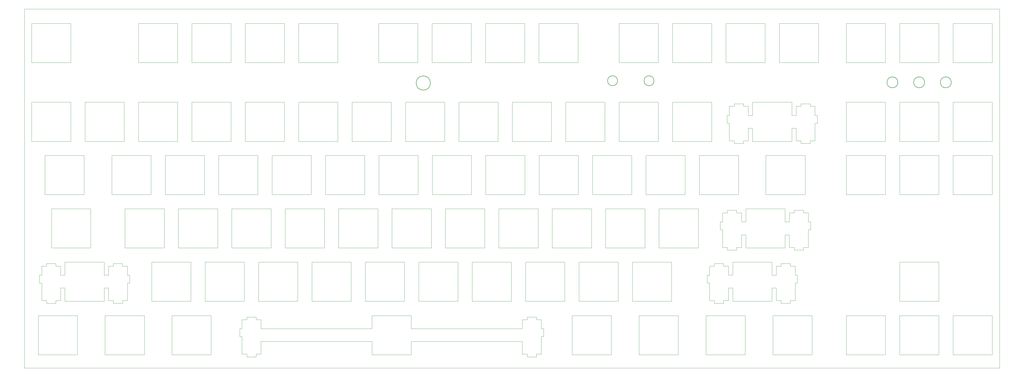
<source format=gbr>
%TF.GenerationSoftware,KiCad,Pcbnew,(6.0.6)*%
%TF.CreationDate,2022-06-23T13:26:18-04:00*%
%TF.ProjectId,RabidPlate,52616269-6450-46c6-9174-652e6b696361,rev?*%
%TF.SameCoordinates,Original*%
%TF.FileFunction,Profile,NP*%
%FSLAX46Y46*%
G04 Gerber Fmt 4.6, Leading zero omitted, Abs format (unit mm)*
G04 Created by KiCad (PCBNEW (6.0.6)) date 2022-06-23 13:26:18*
%MOMM*%
%LPD*%
G01*
G04 APERTURE LIST*
%TA.AperFunction,Profile*%
%ADD10C,0.050800*%
%TD*%
%TA.AperFunction,Profile*%
%ADD11C,0.100000*%
%TD*%
%TA.AperFunction,Profile*%
%ADD12C,0.200000*%
%TD*%
%TA.AperFunction,Profile*%
%ADD13C,0.177800*%
%TD*%
%TA.AperFunction,Profile*%
%ADD14C,0.052530*%
%TD*%
G04 APERTURE END LIST*
D10*
X295084500Y-78257400D02*
X309079900Y-78257400D01*
X309079900Y-78257400D02*
X309079900Y-92252800D01*
X309079900Y-92252800D02*
X295084500Y-92252800D01*
X295084500Y-92252800D02*
X295084500Y-78257400D01*
X157010100Y-78257400D02*
X171005500Y-78257400D01*
X171005500Y-78257400D02*
X171005500Y-92252800D01*
X171005500Y-92252800D02*
X157010100Y-92252800D01*
X157010100Y-92252800D02*
X157010100Y-78257400D01*
X342811100Y-78257400D02*
X356806500Y-78257400D01*
X356806500Y-78257400D02*
X356806500Y-92252800D01*
X356806500Y-92252800D02*
X342811100Y-92252800D01*
X342811100Y-92252800D02*
X342811100Y-78257400D01*
X104584500Y-97332800D02*
X118579900Y-97332800D01*
X118579900Y-97332800D02*
X118579900Y-111328200D01*
X118579900Y-111328200D02*
X104584500Y-111328200D01*
X104584500Y-111328200D02*
X104584500Y-97332800D01*
X195059300Y-31140400D02*
X209054700Y-31140400D01*
X209054700Y-31140400D02*
X209054700Y-45135800D01*
X209054700Y-45135800D02*
X195059300Y-45135800D01*
X195059300Y-45135800D02*
X195059300Y-31140400D01*
X214160100Y-78257400D02*
X228155500Y-78257400D01*
X228155500Y-78257400D02*
X228155500Y-92252800D01*
X228155500Y-92252800D02*
X214160100Y-92252800D01*
X214160100Y-92252800D02*
X214160100Y-78257400D01*
X61760100Y-78257400D02*
X75755500Y-78257400D01*
X75755500Y-78257400D02*
X75755500Y-92252800D01*
X75755500Y-92252800D02*
X61760100Y-92252800D01*
X61760100Y-92252800D02*
X61760100Y-78257400D01*
X342785700Y-59258200D02*
X356781100Y-59258200D01*
X356781100Y-59258200D02*
X356781100Y-73253600D01*
X356781100Y-73253600D02*
X342785700Y-73253600D01*
X342785700Y-73253600D02*
X342785700Y-59258200D01*
X59372500Y-135483600D02*
X73367900Y-135483600D01*
X73367900Y-135483600D02*
X73367900Y-149479000D01*
X73367900Y-149479000D02*
X59372500Y-149479000D01*
X59372500Y-149479000D02*
X59372500Y-135483600D01*
X123634500Y-97332800D02*
X137629900Y-97332800D01*
X137629900Y-97332800D02*
X137629900Y-111328200D01*
X137629900Y-111328200D02*
X123634500Y-111328200D01*
X123634500Y-111328200D02*
X123634500Y-97332800D01*
X214109300Y-31140400D02*
X228104700Y-31140400D01*
X228104700Y-31140400D02*
X228104700Y-45135800D01*
X228104700Y-45135800D02*
X214109300Y-45135800D01*
X214109300Y-45135800D02*
X214109300Y-31140400D01*
X66484500Y-97332800D02*
X80479900Y-97332800D01*
X80479900Y-97332800D02*
X80479900Y-111328200D01*
X80479900Y-111328200D02*
X66484500Y-111328200D01*
X66484500Y-111328200D02*
X66484500Y-97332800D01*
X80810100Y-78257400D02*
X94805500Y-78257400D01*
X94805500Y-78257400D02*
X94805500Y-92252800D01*
X94805500Y-92252800D02*
X80810100Y-92252800D01*
X80810100Y-92252800D02*
X80810100Y-78257400D01*
X261734300Y-31140400D02*
X275729700Y-31140400D01*
X275729700Y-31140400D02*
X275729700Y-45135800D01*
X275729700Y-45135800D02*
X261734300Y-45135800D01*
X261734300Y-45135800D02*
X261734300Y-31140400D01*
X185559700Y-59258200D02*
X199555100Y-59258200D01*
X199555100Y-59258200D02*
X199555100Y-73253600D01*
X199555100Y-73253600D02*
X185559700Y-73253600D01*
X185559700Y-73253600D02*
X185559700Y-59258200D01*
X71234300Y-31140400D02*
X85229700Y-31140400D01*
X85229700Y-31140400D02*
X85229700Y-45135800D01*
X85229700Y-45135800D02*
X71234300Y-45135800D01*
X71234300Y-45135800D02*
X71234300Y-31140400D01*
X190309500Y-116357400D02*
X204304900Y-116357400D01*
X204304900Y-116357400D02*
X204304900Y-130352800D01*
X204304900Y-130352800D02*
X190309500Y-130352800D01*
X190309500Y-130352800D02*
X190309500Y-116357400D01*
X85534500Y-97332800D02*
X99529900Y-97332800D01*
X99529900Y-97332800D02*
X99529900Y-111328200D01*
X99529900Y-111328200D02*
X85534500Y-111328200D01*
X85534500Y-111328200D02*
X85534500Y-97332800D01*
X52209700Y-59258200D02*
X66205100Y-59258200D01*
X66205100Y-59258200D02*
X66205100Y-73253600D01*
X66205100Y-73253600D02*
X52209700Y-73253600D01*
X52209700Y-73253600D02*
X52209700Y-59258200D01*
X137960100Y-78257400D02*
X151955500Y-78257400D01*
X151955500Y-78257400D02*
X151955500Y-92252800D01*
X151955500Y-92252800D02*
X137960100Y-92252800D01*
X137960100Y-92252800D02*
X137960100Y-78257400D01*
X156959300Y-31140400D02*
X170954700Y-31140400D01*
X170954700Y-31140400D02*
X170954700Y-45135800D01*
X170954700Y-45135800D02*
X156959300Y-45135800D01*
X156959300Y-45135800D02*
X156959300Y-31140400D01*
X142684500Y-97332800D02*
X156679900Y-97332800D01*
X156679900Y-97332800D02*
X156679900Y-111328200D01*
X156679900Y-111328200D02*
X142684500Y-111328200D01*
X142684500Y-111328200D02*
X142684500Y-97332800D01*
X361810300Y-135483600D02*
X375805700Y-135483600D01*
X375805700Y-135483600D02*
X375805700Y-149479000D01*
X375805700Y-149479000D02*
X361810300Y-149479000D01*
X361810300Y-149479000D02*
X361810300Y-135483600D01*
X147459700Y-59258200D02*
X161455100Y-59258200D01*
X161455100Y-59258200D02*
X161455100Y-73253600D01*
X161455100Y-73253600D02*
X147459700Y-73253600D01*
X147459700Y-73253600D02*
X147459700Y-59258200D01*
X361810300Y-31140400D02*
X375805700Y-31140400D01*
X375805700Y-31140400D02*
X375805700Y-45135800D01*
X375805700Y-45135800D02*
X361810300Y-45135800D01*
X361810300Y-45135800D02*
X361810300Y-31140400D01*
X247459500Y-116357400D02*
X261454900Y-116357400D01*
X261454900Y-116357400D02*
X261454900Y-130352800D01*
X261454900Y-130352800D02*
X247459500Y-130352800D01*
X247459500Y-130352800D02*
X247459500Y-116357400D01*
X297548300Y-135483600D02*
X311543700Y-135483600D01*
X311543700Y-135483600D02*
X311543700Y-149479000D01*
X311543700Y-149479000D02*
X297548300Y-149479000D01*
X297548300Y-149479000D02*
X297548300Y-135483600D01*
X71259700Y-59258200D02*
X85255100Y-59258200D01*
X85255100Y-59258200D02*
X85255100Y-73253600D01*
X85255100Y-73253600D02*
X71259700Y-73253600D01*
X71259700Y-73253600D02*
X71259700Y-59258200D01*
X195110100Y-78257400D02*
X209105500Y-78257400D01*
X209105500Y-78257400D02*
X209105500Y-92252800D01*
X209105500Y-92252800D02*
X195110100Y-92252800D01*
X195110100Y-92252800D02*
X195110100Y-78257400D01*
X323735700Y-59258200D02*
X337731100Y-59258200D01*
X337731100Y-59258200D02*
X337731100Y-73253600D01*
X337731100Y-73253600D02*
X323735700Y-73253600D01*
X323735700Y-73253600D02*
X323735700Y-59258200D01*
X166509700Y-59258200D02*
X180505100Y-59258200D01*
X180505100Y-59258200D02*
X180505100Y-73253600D01*
X180505100Y-73253600D02*
X166509700Y-73253600D01*
X166509700Y-73253600D02*
X166509700Y-59258200D01*
X361835700Y-59258200D02*
X375831100Y-59258200D01*
X375831100Y-59258200D02*
X375831100Y-73253600D01*
X375831100Y-73253600D02*
X361835700Y-73253600D01*
X361835700Y-73253600D02*
X361835700Y-59258200D01*
X114109500Y-116357400D02*
X128104900Y-116357400D01*
X128104900Y-116357400D02*
X128104900Y-130352800D01*
X128104900Y-130352800D02*
X114109500Y-130352800D01*
X114109500Y-130352800D02*
X114109500Y-116357400D01*
X323761100Y-78257400D02*
X337756500Y-78257400D01*
X337756500Y-78257400D02*
X337756500Y-92252800D01*
X337756500Y-92252800D02*
X323761100Y-92252800D01*
X323761100Y-92252800D02*
X323761100Y-78257400D01*
X37884100Y-78257400D02*
X51879500Y-78257400D01*
X51879500Y-78257400D02*
X51879500Y-92252800D01*
X51879500Y-92252800D02*
X37884100Y-92252800D01*
X37884100Y-92252800D02*
X37884100Y-78257400D01*
X261759700Y-59258200D02*
X275755100Y-59258200D01*
X275755100Y-59258200D02*
X275755100Y-73253600D01*
X275755100Y-73253600D02*
X261759700Y-73253600D01*
X261759700Y-73253600D02*
X261759700Y-59258200D01*
X128384300Y-31140400D02*
X142379700Y-31140400D01*
X142379700Y-31140400D02*
X142379700Y-45135800D01*
X142379700Y-45135800D02*
X128384300Y-45135800D01*
X128384300Y-45135800D02*
X128384300Y-31140400D01*
X133159500Y-116357400D02*
X147154900Y-116357400D01*
X147154900Y-116357400D02*
X147154900Y-130352800D01*
X147154900Y-130352800D02*
X133159500Y-130352800D01*
X133159500Y-130352800D02*
X133159500Y-116357400D01*
X176009300Y-31140400D02*
X190004700Y-31140400D01*
X190004700Y-31140400D02*
X190004700Y-45135800D01*
X190004700Y-45135800D02*
X176009300Y-45135800D01*
X176009300Y-45135800D02*
X176009300Y-31140400D01*
X90309700Y-59258200D02*
X104305100Y-59258200D01*
X104305100Y-59258200D02*
X104305100Y-73253600D01*
X104305100Y-73253600D02*
X90309700Y-73253600D01*
X90309700Y-73253600D02*
X90309700Y-59258200D01*
X280784300Y-31140400D02*
X294779700Y-31140400D01*
X294779700Y-31140400D02*
X294779700Y-45135800D01*
X294779700Y-45135800D02*
X280784300Y-45135800D01*
X280784300Y-45135800D02*
X280784300Y-31140400D01*
X323710300Y-31140400D02*
X337705700Y-31140400D01*
X337705700Y-31140400D02*
X337705700Y-45135800D01*
X337705700Y-45135800D02*
X323710300Y-45135800D01*
X323710300Y-45135800D02*
X323710300Y-31140400D01*
X225945700Y-135483600D02*
X239941100Y-135483600D01*
X239941100Y-135483600D02*
X239941100Y-149479000D01*
X239941100Y-149479000D02*
X225945700Y-149479000D01*
X225945700Y-149479000D02*
X225945700Y-135483600D01*
X204609700Y-59258200D02*
X218605100Y-59258200D01*
X218605100Y-59258200D02*
X218605100Y-73253600D01*
X218605100Y-73253600D02*
X204609700Y-73253600D01*
X204609700Y-73253600D02*
X204609700Y-59258200D01*
X99860100Y-78257400D02*
X113855500Y-78257400D01*
X113855500Y-78257400D02*
X113855500Y-92252800D01*
X113855500Y-92252800D02*
X99860100Y-92252800D01*
X99860100Y-92252800D02*
X99860100Y-78257400D01*
X109359700Y-59258200D02*
X123355100Y-59258200D01*
X123355100Y-59258200D02*
X123355100Y-73253600D01*
X123355100Y-73253600D02*
X109359700Y-73253600D01*
X109359700Y-73253600D02*
X109359700Y-59258200D01*
X299834300Y-31140400D02*
X313829700Y-31140400D01*
X313829700Y-31140400D02*
X313829700Y-45135800D01*
X313829700Y-45135800D02*
X299834300Y-45135800D01*
X299834300Y-45135800D02*
X299834300Y-31140400D01*
X273672300Y-135483600D02*
X287667700Y-135483600D01*
X287667700Y-135483600D02*
X287667700Y-149479000D01*
X287667700Y-149479000D02*
X273672300Y-149479000D01*
X273672300Y-149479000D02*
X273672300Y-135483600D01*
X209359500Y-116357400D02*
X223354900Y-116357400D01*
X223354900Y-116357400D02*
X223354900Y-130352800D01*
X223354900Y-130352800D02*
X209359500Y-130352800D01*
X209359500Y-130352800D02*
X209359500Y-116357400D01*
X252260100Y-78257400D02*
X266255500Y-78257400D01*
X266255500Y-78257400D02*
X266255500Y-92252800D01*
X266255500Y-92252800D02*
X252260100Y-92252800D01*
X252260100Y-92252800D02*
X252260100Y-78257400D01*
X171259500Y-116357400D02*
X185254900Y-116357400D01*
X185254900Y-116357400D02*
X185254900Y-130352800D01*
X185254900Y-130352800D02*
X171259500Y-130352800D01*
X171259500Y-130352800D02*
X171259500Y-116357400D01*
X237934500Y-97332800D02*
X251929900Y-97332800D01*
X251929900Y-97332800D02*
X251929900Y-111328200D01*
X251929900Y-111328200D02*
X237934500Y-111328200D01*
X237934500Y-111328200D02*
X237934500Y-97332800D01*
X176060100Y-78257400D02*
X190055500Y-78257400D01*
X190055500Y-78257400D02*
X190055500Y-92252800D01*
X190055500Y-92252800D02*
X176060100Y-92252800D01*
X176060100Y-92252800D02*
X176060100Y-78257400D01*
X342760300Y-116357400D02*
X356755700Y-116357400D01*
X356755700Y-116357400D02*
X356755700Y-130352800D01*
X356755700Y-130352800D02*
X342760300Y-130352800D01*
X342760300Y-130352800D02*
X342760300Y-116357400D01*
X199834500Y-97332800D02*
X213829900Y-97332800D01*
X213829900Y-97332800D02*
X213829900Y-111328200D01*
X213829900Y-111328200D02*
X199834500Y-111328200D01*
X199834500Y-111328200D02*
X199834500Y-97332800D01*
X233210100Y-78257400D02*
X247205500Y-78257400D01*
X247205500Y-78257400D02*
X247205500Y-92252800D01*
X247205500Y-92252800D02*
X233210100Y-92252800D01*
X233210100Y-92252800D02*
X233210100Y-78257400D01*
X33134300Y-31140400D02*
X47129700Y-31140400D01*
X47129700Y-31140400D02*
X47129700Y-45135800D01*
X47129700Y-45135800D02*
X33134300Y-45135800D01*
X33134300Y-45135800D02*
X33134300Y-31140400D01*
X35547300Y-135483600D02*
X49542700Y-135483600D01*
X49542700Y-135483600D02*
X49542700Y-149479000D01*
X49542700Y-149479000D02*
X35547300Y-149479000D01*
X35547300Y-149479000D02*
X35547300Y-135483600D01*
X323710300Y-135483600D02*
X337705700Y-135483600D01*
X337705700Y-135483600D02*
X337705700Y-149479000D01*
X337705700Y-149479000D02*
X323710300Y-149479000D01*
X323710300Y-149479000D02*
X323710300Y-135483600D01*
X342760300Y-135483600D02*
X356755700Y-135483600D01*
X356755700Y-135483600D02*
X356755700Y-149479000D01*
X356755700Y-149479000D02*
X342760300Y-149479000D01*
X342760300Y-149479000D02*
X342760300Y-135483600D01*
X242684300Y-31140400D02*
X256679700Y-31140400D01*
X256679700Y-31140400D02*
X256679700Y-45135800D01*
X256679700Y-45135800D02*
X242684300Y-45135800D01*
X242684300Y-45135800D02*
X242684300Y-31140400D01*
X256984500Y-97332800D02*
X270979900Y-97332800D01*
X270979900Y-97332800D02*
X270979900Y-111328200D01*
X270979900Y-111328200D02*
X256984500Y-111328200D01*
X256984500Y-111328200D02*
X256984500Y-97332800D01*
X223659700Y-59258200D02*
X237655100Y-59258200D01*
X237655100Y-59258200D02*
X237655100Y-73253600D01*
X237655100Y-73253600D02*
X223659700Y-73253600D01*
X223659700Y-73253600D02*
X223659700Y-59258200D01*
X118910100Y-78257400D02*
X132905500Y-78257400D01*
X132905500Y-78257400D02*
X132905500Y-92252800D01*
X132905500Y-92252800D02*
X118910100Y-92252800D01*
X118910100Y-92252800D02*
X118910100Y-78257400D01*
X128409700Y-59258200D02*
X142405100Y-59258200D01*
X142405100Y-59258200D02*
X142405100Y-73253600D01*
X142405100Y-73253600D02*
X128409700Y-73253600D01*
X128409700Y-73253600D02*
X128409700Y-59258200D01*
X271310100Y-78257400D02*
X285305500Y-78257400D01*
X285305500Y-78257400D02*
X285305500Y-92252800D01*
X285305500Y-92252800D02*
X271310100Y-92252800D01*
X271310100Y-92252800D02*
X271310100Y-78257400D01*
X76009500Y-116357400D02*
X90004900Y-116357400D01*
X90004900Y-116357400D02*
X90004900Y-130352800D01*
X90004900Y-130352800D02*
X76009500Y-130352800D01*
X76009500Y-130352800D02*
X76009500Y-116357400D01*
X90284300Y-31140400D02*
X104279700Y-31140400D01*
X104279700Y-31140400D02*
X104279700Y-45135800D01*
X104279700Y-45135800D02*
X90284300Y-45135800D01*
X90284300Y-45135800D02*
X90284300Y-31140400D01*
X33134300Y-59258200D02*
X47129700Y-59258200D01*
X47129700Y-59258200D02*
X47129700Y-73253600D01*
X47129700Y-73253600D02*
X33134300Y-73253600D01*
X33134300Y-73253600D02*
X33134300Y-59258200D01*
X180784500Y-97332800D02*
X194779900Y-97332800D01*
X194779900Y-97332800D02*
X194779900Y-111328200D01*
X194779900Y-111328200D02*
X180784500Y-111328200D01*
X180784500Y-111328200D02*
X180784500Y-97332800D01*
X109334300Y-31140400D02*
X123329700Y-31140400D01*
X123329700Y-31140400D02*
X123329700Y-45135800D01*
X123329700Y-45135800D02*
X109334300Y-45135800D01*
X109334300Y-45135800D02*
X109334300Y-31140400D01*
X218884500Y-97332800D02*
X232879900Y-97332800D01*
X232879900Y-97332800D02*
X232879900Y-111328200D01*
X232879900Y-111328200D02*
X218884500Y-111328200D01*
X218884500Y-111328200D02*
X218884500Y-97332800D01*
X152209500Y-116357400D02*
X166204900Y-116357400D01*
X166204900Y-116357400D02*
X166204900Y-130352800D01*
X166204900Y-130352800D02*
X152209500Y-130352800D01*
X152209500Y-130352800D02*
X152209500Y-116357400D01*
X361861100Y-78257400D02*
X375856500Y-78257400D01*
X375856500Y-78257400D02*
X375856500Y-92252800D01*
X375856500Y-92252800D02*
X361861100Y-92252800D01*
X361861100Y-92252800D02*
X361861100Y-78257400D01*
X95059500Y-116357400D02*
X109054900Y-116357400D01*
X109054900Y-116357400D02*
X109054900Y-130352800D01*
X109054900Y-130352800D02*
X95059500Y-130352800D01*
X95059500Y-130352800D02*
X95059500Y-116357400D01*
X228409500Y-116357400D02*
X242404900Y-116357400D01*
X242404900Y-116357400D02*
X242404900Y-130352800D01*
X242404900Y-130352800D02*
X228409500Y-130352800D01*
X228409500Y-130352800D02*
X228409500Y-116357400D01*
X161734500Y-97332800D02*
X175729900Y-97332800D01*
X175729900Y-97332800D02*
X175729900Y-111328200D01*
X175729900Y-111328200D02*
X161734500Y-111328200D01*
X161734500Y-111328200D02*
X161734500Y-97332800D01*
X242709700Y-59258200D02*
X256705100Y-59258200D01*
X256705100Y-59258200D02*
X256705100Y-73253600D01*
X256705100Y-73253600D02*
X242709700Y-73253600D01*
X242709700Y-73253600D02*
X242709700Y-59258200D01*
X40271700Y-97332800D02*
X54267100Y-97332800D01*
X54267100Y-97332800D02*
X54267100Y-111328200D01*
X54267100Y-111328200D02*
X40271700Y-111328200D01*
X40271700Y-111328200D02*
X40271700Y-97332800D01*
X83172300Y-135483600D02*
X97167700Y-135483600D01*
X97167700Y-135483600D02*
X97167700Y-149479000D01*
X97167700Y-149479000D02*
X83172300Y-149479000D01*
X83172300Y-149479000D02*
X83172300Y-135483600D01*
X342760300Y-31140400D02*
X356755700Y-31140400D01*
X356755700Y-31140400D02*
X356755700Y-45135800D01*
X356755700Y-45135800D02*
X342760300Y-45135800D01*
X342760300Y-45135800D02*
X342760300Y-31140400D01*
X249821700Y-135483600D02*
X263817100Y-135483600D01*
X263817100Y-135483600D02*
X263817100Y-149479000D01*
X263817100Y-149479000D02*
X249821700Y-149479000D01*
X249821700Y-149479000D02*
X249821700Y-135483600D01*
D11*
X30657800Y-25996900D02*
X378409200Y-25996900D01*
X378409200Y-25996900D02*
X378409200Y-154190700D01*
X378409200Y-154190700D02*
X30657800Y-154190700D01*
X30657800Y-154190700D02*
X30657800Y-25996900D01*
D12*
X361232870Y-52158900D02*
G75*
G03*
X361232870Y-52158900I-1949870J0D01*
G01*
X342182870Y-52158900D02*
G75*
G03*
X342182870Y-52158900I-1949870J0D01*
G01*
X255193800Y-51600100D02*
G75*
G03*
X255193800Y-51600100I-1778000J0D01*
G01*
D13*
X175437800Y-52412900D02*
G75*
G03*
X175437800Y-52412900I-2540000J0D01*
G01*
D12*
X351707870Y-52158900D02*
G75*
G03*
X351707870Y-52158900I-1949870J0D01*
G01*
X242189000Y-51600100D02*
G75*
G03*
X242189000Y-51600100I-1778000J0D01*
G01*
D14*
X59067210Y-121047330D02*
X60594400Y-121047330D01*
X60594400Y-121047330D02*
X60594400Y-117816160D01*
X60594400Y-117816160D02*
X62320080Y-117816160D01*
X62320080Y-117816160D02*
X62320080Y-116895100D01*
X62320080Y-116895100D02*
X65620600Y-116895100D01*
X65620600Y-116895100D02*
X65620600Y-117816150D01*
X65620600Y-117816150D02*
X67346280Y-117816150D01*
X67346280Y-117816150D02*
X67346280Y-121047320D01*
X67346280Y-121047320D02*
X68172050Y-121047320D01*
X68172050Y-121047320D02*
X68172050Y-123847330D01*
X68172050Y-123847330D02*
X67346280Y-123847330D01*
X67346280Y-123847330D02*
X67346280Y-130119350D01*
X67346280Y-130119350D02*
X65620600Y-130119350D01*
X65620600Y-130119350D02*
X65620600Y-131100760D01*
X65620600Y-131100760D02*
X62320080Y-131100760D01*
X62320080Y-131100760D02*
X62320080Y-130119350D01*
X62320080Y-130119350D02*
X60594400Y-130119350D01*
X60594400Y-130119350D02*
X60594400Y-125648710D01*
X60594400Y-125648710D02*
X59067210Y-125648710D01*
X59067210Y-125648710D02*
X59067210Y-130349360D01*
X59067210Y-130349360D02*
X45063770Y-130349360D01*
X45063770Y-130349360D02*
X45063770Y-125648720D01*
X45063770Y-125648720D02*
X43537380Y-125648720D01*
X43537380Y-125648720D02*
X43537380Y-130119350D01*
X43537380Y-130119350D02*
X41811710Y-130119350D01*
X41811710Y-130119350D02*
X41811710Y-131100770D01*
X41811710Y-131100770D02*
X38509600Y-131100770D01*
X38509600Y-131100770D02*
X38509600Y-130119350D01*
X38509600Y-130119350D02*
X36786030Y-130119350D01*
X36786030Y-130119350D02*
X36786030Y-123847340D01*
X36786030Y-123847340D02*
X35959730Y-123847340D01*
X35959730Y-123847340D02*
X35959730Y-121047330D01*
X35959730Y-121047330D02*
X36786030Y-121047330D01*
X36786030Y-121047330D02*
X36786030Y-117816160D01*
X36786030Y-117816160D02*
X38509600Y-117816160D01*
X38509600Y-117816160D02*
X38509600Y-116895100D01*
X38509600Y-116895100D02*
X41811710Y-116895100D01*
X41811710Y-116895100D02*
X41811710Y-117816160D01*
X41811710Y-117816160D02*
X43537380Y-117816160D01*
X43537380Y-117816160D02*
X43537380Y-121047330D01*
X43537380Y-121047330D02*
X45063770Y-121047330D01*
X45063770Y-121047330D02*
X45063770Y-116345100D01*
X45063770Y-116345100D02*
X59067210Y-116345100D01*
X59067210Y-116345100D02*
X59067210Y-121047330D01*
X304329610Y-63948130D02*
X305856800Y-63948130D01*
X305856800Y-63948130D02*
X305856800Y-60716960D01*
X305856800Y-60716960D02*
X307582480Y-60716960D01*
X307582480Y-60716960D02*
X307582480Y-59795900D01*
X307582480Y-59795900D02*
X310883000Y-59795900D01*
X310883000Y-59795900D02*
X310883000Y-60716950D01*
X310883000Y-60716950D02*
X312608680Y-60716950D01*
X312608680Y-60716950D02*
X312608680Y-63948120D01*
X312608680Y-63948120D02*
X313434450Y-63948120D01*
X313434450Y-63948120D02*
X313434450Y-66748130D01*
X313434450Y-66748130D02*
X312608680Y-66748130D01*
X312608680Y-66748130D02*
X312608680Y-73020150D01*
X312608680Y-73020150D02*
X310883000Y-73020150D01*
X310883000Y-73020150D02*
X310883000Y-74001560D01*
X310883000Y-74001560D02*
X307582480Y-74001560D01*
X307582480Y-74001560D02*
X307582480Y-73020150D01*
X307582480Y-73020150D02*
X305856800Y-73020150D01*
X305856800Y-73020150D02*
X305856800Y-68549510D01*
X305856800Y-68549510D02*
X304329610Y-68549510D01*
X304329610Y-68549510D02*
X304329610Y-73250160D01*
X304329610Y-73250160D02*
X290326170Y-73250160D01*
X290326170Y-73250160D02*
X290326170Y-68549520D01*
X290326170Y-68549520D02*
X288799780Y-68549520D01*
X288799780Y-68549520D02*
X288799780Y-73020150D01*
X288799780Y-73020150D02*
X287074110Y-73020150D01*
X287074110Y-73020150D02*
X287074110Y-74001570D01*
X287074110Y-74001570D02*
X283772000Y-74001570D01*
X283772000Y-74001570D02*
X283772000Y-73020150D01*
X283772000Y-73020150D02*
X282048430Y-73020150D01*
X282048430Y-73020150D02*
X282048430Y-66748140D01*
X282048430Y-66748140D02*
X281222130Y-66748140D01*
X281222130Y-66748140D02*
X281222130Y-63948130D01*
X281222130Y-63948130D02*
X282048430Y-63948130D01*
X282048430Y-63948130D02*
X282048430Y-60716960D01*
X282048430Y-60716960D02*
X283772000Y-60716960D01*
X283772000Y-60716960D02*
X283772000Y-59795900D01*
X283772000Y-59795900D02*
X287074110Y-59795900D01*
X287074110Y-59795900D02*
X287074110Y-60716960D01*
X287074110Y-60716960D02*
X288799780Y-60716960D01*
X288799780Y-60716960D02*
X288799780Y-63948130D01*
X288799780Y-63948130D02*
X290326170Y-63948130D01*
X290326170Y-63948130D02*
X290326170Y-59245900D01*
X290326170Y-59245900D02*
X304329610Y-59245900D01*
X304329610Y-59245900D02*
X304329610Y-63948130D01*
X301916610Y-102022730D02*
X303443800Y-102022730D01*
X303443800Y-102022730D02*
X303443800Y-98791560D01*
X303443800Y-98791560D02*
X305169480Y-98791560D01*
X305169480Y-98791560D02*
X305169480Y-97870500D01*
X305169480Y-97870500D02*
X308470000Y-97870500D01*
X308470000Y-97870500D02*
X308470000Y-98791550D01*
X308470000Y-98791550D02*
X310195680Y-98791550D01*
X310195680Y-98791550D02*
X310195680Y-102022720D01*
X310195680Y-102022720D02*
X311021450Y-102022720D01*
X311021450Y-102022720D02*
X311021450Y-104822730D01*
X311021450Y-104822730D02*
X310195680Y-104822730D01*
X310195680Y-104822730D02*
X310195680Y-111094750D01*
X310195680Y-111094750D02*
X308470000Y-111094750D01*
X308470000Y-111094750D02*
X308470000Y-112076160D01*
X308470000Y-112076160D02*
X305169480Y-112076160D01*
X305169480Y-112076160D02*
X305169480Y-111094750D01*
X305169480Y-111094750D02*
X303443800Y-111094750D01*
X303443800Y-111094750D02*
X303443800Y-106624110D01*
X303443800Y-106624110D02*
X301916610Y-106624110D01*
X301916610Y-106624110D02*
X301916610Y-111324760D01*
X301916610Y-111324760D02*
X287913170Y-111324760D01*
X287913170Y-111324760D02*
X287913170Y-106624120D01*
X287913170Y-106624120D02*
X286386780Y-106624120D01*
X286386780Y-106624120D02*
X286386780Y-111094750D01*
X286386780Y-111094750D02*
X284661110Y-111094750D01*
X284661110Y-111094750D02*
X284661110Y-112076170D01*
X284661110Y-112076170D02*
X281359000Y-112076170D01*
X281359000Y-112076170D02*
X281359000Y-111094750D01*
X281359000Y-111094750D02*
X279635430Y-111094750D01*
X279635430Y-111094750D02*
X279635430Y-104822740D01*
X279635430Y-104822740D02*
X278809130Y-104822740D01*
X278809130Y-104822740D02*
X278809130Y-102022730D01*
X278809130Y-102022730D02*
X279635430Y-102022730D01*
X279635430Y-102022730D02*
X279635430Y-98791560D01*
X279635430Y-98791560D02*
X281359000Y-98791560D01*
X281359000Y-98791560D02*
X281359000Y-97870500D01*
X281359000Y-97870500D02*
X284661110Y-97870500D01*
X284661110Y-97870500D02*
X284661110Y-98791560D01*
X284661110Y-98791560D02*
X286386780Y-98791560D01*
X286386780Y-98791560D02*
X286386780Y-102022730D01*
X286386780Y-102022730D02*
X287913170Y-102022730D01*
X287913170Y-102022730D02*
X287913170Y-97320500D01*
X287913170Y-97320500D02*
X301916610Y-97320500D01*
X301916610Y-97320500D02*
X301916610Y-102022730D01*
D10*
X168590580Y-140180210D02*
X208213820Y-140180210D01*
X208213820Y-140180210D02*
X208213820Y-136949710D01*
X208213820Y-136949710D02*
X209938840Y-136949710D01*
X209938840Y-136949710D02*
X209938840Y-136031620D01*
X209938840Y-136031620D02*
X213239780Y-136031620D01*
X213239780Y-136031620D02*
X213239780Y-136949710D01*
X213239780Y-136949710D02*
X214964800Y-136949710D01*
X214964800Y-136949710D02*
X214964800Y-140180210D01*
X214964800Y-140180210D02*
X215788700Y-140180210D01*
X215788700Y-140180210D02*
X215788700Y-142979450D01*
X215788700Y-142979450D02*
X214964800Y-142979450D01*
X214964800Y-142979450D02*
X214964800Y-149249960D01*
X214964800Y-149249960D02*
X213239780Y-149249960D01*
X213239780Y-149249960D02*
X213239780Y-150231540D01*
X213239780Y-150231540D02*
X209938840Y-150231540D01*
X209938840Y-150231540D02*
X209938840Y-149249960D01*
X209938840Y-149249960D02*
X208213830Y-149249960D01*
X208213830Y-149249960D02*
X208213830Y-144781230D01*
X208213830Y-144781230D02*
X168590580Y-144781230D01*
X168590580Y-144781230D02*
X168590580Y-149480140D01*
X168590580Y-149480140D02*
X154589890Y-149480140D01*
X154589890Y-149480140D02*
X154589890Y-144781230D01*
X154589890Y-144781230D02*
X114966640Y-144781230D01*
X114966640Y-144781230D02*
X114966640Y-149249960D01*
X114966640Y-149249960D02*
X113241330Y-149249960D01*
X113241330Y-149249960D02*
X113241330Y-150231540D01*
X113241330Y-150231540D02*
X109940710Y-150231540D01*
X109940710Y-150231540D02*
X109940710Y-149249960D01*
X109940710Y-149249960D02*
X108215660Y-149249960D01*
X108215660Y-149249960D02*
X108215660Y-142979450D01*
X108215660Y-142979450D02*
X107391500Y-142979450D01*
X107391500Y-142979450D02*
X107391500Y-140180210D01*
X107391500Y-140180210D02*
X108215660Y-140180210D01*
X108215660Y-140180210D02*
X108215660Y-136949710D01*
X108215660Y-136949710D02*
X109940710Y-136949710D01*
X109940710Y-136949710D02*
X109940710Y-136031620D01*
X109940710Y-136031620D02*
X113241330Y-136031620D01*
X113241330Y-136031620D02*
X113241330Y-136949710D01*
X113241330Y-136949710D02*
X114966640Y-136949710D01*
X114966640Y-136949710D02*
X114966640Y-140180210D01*
X114966640Y-140180210D02*
X154589890Y-140180210D01*
X154589890Y-140180210D02*
X154589890Y-135481300D01*
X154589890Y-135481300D02*
X168590580Y-135481300D01*
X168590580Y-135481300D02*
X168590580Y-140180210D01*
D14*
X297243010Y-121047330D02*
X298770200Y-121047330D01*
X298770200Y-121047330D02*
X298770200Y-117816160D01*
X298770200Y-117816160D02*
X300495880Y-117816160D01*
X300495880Y-117816160D02*
X300495880Y-116895100D01*
X300495880Y-116895100D02*
X303796400Y-116895100D01*
X303796400Y-116895100D02*
X303796400Y-117816150D01*
X303796400Y-117816150D02*
X305522080Y-117816150D01*
X305522080Y-117816150D02*
X305522080Y-121047320D01*
X305522080Y-121047320D02*
X306347850Y-121047320D01*
X306347850Y-121047320D02*
X306347850Y-123847330D01*
X306347850Y-123847330D02*
X305522080Y-123847330D01*
X305522080Y-123847330D02*
X305522080Y-130119350D01*
X305522080Y-130119350D02*
X303796400Y-130119350D01*
X303796400Y-130119350D02*
X303796400Y-131100760D01*
X303796400Y-131100760D02*
X300495880Y-131100760D01*
X300495880Y-131100760D02*
X300495880Y-130119350D01*
X300495880Y-130119350D02*
X298770200Y-130119350D01*
X298770200Y-130119350D02*
X298770200Y-125648710D01*
X298770200Y-125648710D02*
X297243010Y-125648710D01*
X297243010Y-125648710D02*
X297243010Y-130349360D01*
X297243010Y-130349360D02*
X283239570Y-130349360D01*
X283239570Y-130349360D02*
X283239570Y-125648720D01*
X283239570Y-125648720D02*
X281713180Y-125648720D01*
X281713180Y-125648720D02*
X281713180Y-130119350D01*
X281713180Y-130119350D02*
X279987510Y-130119350D01*
X279987510Y-130119350D02*
X279987510Y-131100770D01*
X279987510Y-131100770D02*
X276685400Y-131100770D01*
X276685400Y-131100770D02*
X276685400Y-130119350D01*
X276685400Y-130119350D02*
X274961830Y-130119350D01*
X274961830Y-130119350D02*
X274961830Y-123847340D01*
X274961830Y-123847340D02*
X274135530Y-123847340D01*
X274135530Y-123847340D02*
X274135530Y-121047330D01*
X274135530Y-121047330D02*
X274961830Y-121047330D01*
X274961830Y-121047330D02*
X274961830Y-117816160D01*
X274961830Y-117816160D02*
X276685400Y-117816160D01*
X276685400Y-117816160D02*
X276685400Y-116895100D01*
X276685400Y-116895100D02*
X279987510Y-116895100D01*
X279987510Y-116895100D02*
X279987510Y-117816160D01*
X279987510Y-117816160D02*
X281713180Y-117816160D01*
X281713180Y-117816160D02*
X281713180Y-121047330D01*
X281713180Y-121047330D02*
X283239570Y-121047330D01*
X283239570Y-121047330D02*
X283239570Y-116345100D01*
X283239570Y-116345100D02*
X297243010Y-116345100D01*
X297243010Y-116345100D02*
X297243010Y-121047330D01*
M02*

</source>
